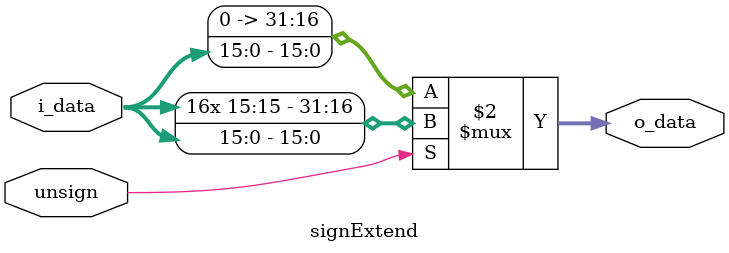
<source format=v>
module signExtend(i_data, o_data, unsign);
	input   [15:0]  i_data;
	output  [31:0]  o_data;
	input unsign;
	
	assign o_data =  !unsign ? {{16{1'b0}}, i_data} : {{16{i_data[15]}}, i_data};
endmodule
</source>
